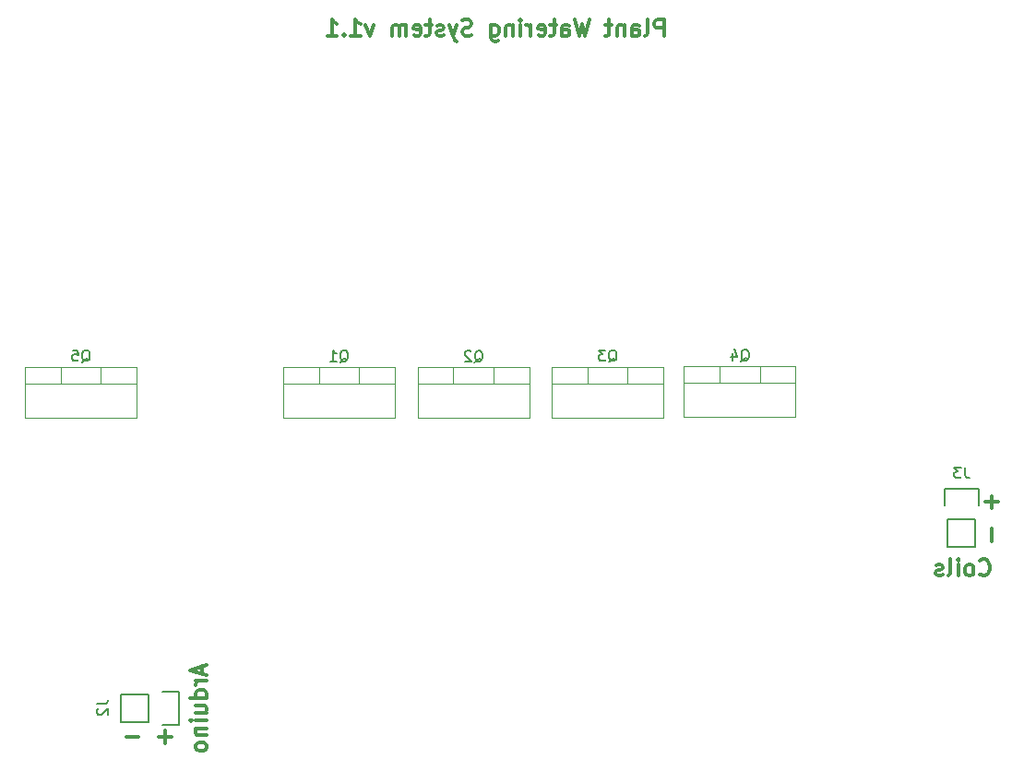
<source format=gbo>
G04 #@! TF.FileFunction,Legend,Bot*
%FSLAX46Y46*%
G04 Gerber Fmt 4.6, Leading zero omitted, Abs format (unit mm)*
G04 Created by KiCad (PCBNEW 4.0.7) date 07/01/18 12:19:37*
%MOMM*%
%LPD*%
G01*
G04 APERTURE LIST*
%ADD10C,0.100000*%
%ADD11C,0.300000*%
%ADD12C,0.150000*%
%ADD13C,0.120000*%
G04 APERTURE END LIST*
D10*
D11*
X143311428Y-129915714D02*
X143382857Y-129987143D01*
X143597143Y-130058571D01*
X143740000Y-130058571D01*
X143954285Y-129987143D01*
X144097143Y-129844286D01*
X144168571Y-129701429D01*
X144240000Y-129415714D01*
X144240000Y-129201429D01*
X144168571Y-128915714D01*
X144097143Y-128772857D01*
X143954285Y-128630000D01*
X143740000Y-128558571D01*
X143597143Y-128558571D01*
X143382857Y-128630000D01*
X143311428Y-128701429D01*
X142454285Y-130058571D02*
X142597143Y-129987143D01*
X142668571Y-129915714D01*
X142740000Y-129772857D01*
X142740000Y-129344286D01*
X142668571Y-129201429D01*
X142597143Y-129130000D01*
X142454285Y-129058571D01*
X142240000Y-129058571D01*
X142097143Y-129130000D01*
X142025714Y-129201429D01*
X141954285Y-129344286D01*
X141954285Y-129772857D01*
X142025714Y-129915714D01*
X142097143Y-129987143D01*
X142240000Y-130058571D01*
X142454285Y-130058571D01*
X141311428Y-130058571D02*
X141311428Y-129058571D01*
X141311428Y-128558571D02*
X141382857Y-128630000D01*
X141311428Y-128701429D01*
X141240000Y-128630000D01*
X141311428Y-128558571D01*
X141311428Y-128701429D01*
X140382856Y-130058571D02*
X140525714Y-129987143D01*
X140597142Y-129844286D01*
X140597142Y-128558571D01*
X139882857Y-129987143D02*
X139740000Y-130058571D01*
X139454285Y-130058571D01*
X139311428Y-129987143D01*
X139240000Y-129844286D01*
X139240000Y-129772857D01*
X139311428Y-129630000D01*
X139454285Y-129558571D01*
X139668571Y-129558571D01*
X139811428Y-129487143D01*
X139882857Y-129344286D01*
X139882857Y-129272857D01*
X139811428Y-129130000D01*
X139668571Y-129058571D01*
X139454285Y-129058571D01*
X139311428Y-129130000D01*
X144402857Y-126871428D02*
X144402857Y-125728571D01*
X144402857Y-123871428D02*
X144402857Y-122728571D01*
X143831429Y-123300000D02*
X144974286Y-123300000D01*
X71930000Y-138367143D02*
X71930000Y-139081429D01*
X72358571Y-138224286D02*
X70858571Y-138724286D01*
X72358571Y-139224286D01*
X72358571Y-139724286D02*
X71358571Y-139724286D01*
X71644286Y-139724286D02*
X71501429Y-139795714D01*
X71430000Y-139867143D01*
X71358571Y-140010000D01*
X71358571Y-140152857D01*
X72358571Y-141295714D02*
X70858571Y-141295714D01*
X72287143Y-141295714D02*
X72358571Y-141152857D01*
X72358571Y-140867143D01*
X72287143Y-140724285D01*
X72215714Y-140652857D01*
X72072857Y-140581428D01*
X71644286Y-140581428D01*
X71501429Y-140652857D01*
X71430000Y-140724285D01*
X71358571Y-140867143D01*
X71358571Y-141152857D01*
X71430000Y-141295714D01*
X71358571Y-142652857D02*
X72358571Y-142652857D01*
X71358571Y-142010000D02*
X72144286Y-142010000D01*
X72287143Y-142081428D01*
X72358571Y-142224286D01*
X72358571Y-142438571D01*
X72287143Y-142581428D01*
X72215714Y-142652857D01*
X72358571Y-143367143D02*
X71358571Y-143367143D01*
X70858571Y-143367143D02*
X70930000Y-143295714D01*
X71001429Y-143367143D01*
X70930000Y-143438571D01*
X70858571Y-143367143D01*
X71001429Y-143367143D01*
X71358571Y-144081429D02*
X72358571Y-144081429D01*
X71501429Y-144081429D02*
X71430000Y-144152857D01*
X71358571Y-144295715D01*
X71358571Y-144510000D01*
X71430000Y-144652857D01*
X71572857Y-144724286D01*
X72358571Y-144724286D01*
X72358571Y-145652858D02*
X72287143Y-145510000D01*
X72215714Y-145438572D01*
X72072857Y-145367143D01*
X71644286Y-145367143D01*
X71501429Y-145438572D01*
X71430000Y-145510000D01*
X71358571Y-145652858D01*
X71358571Y-145867143D01*
X71430000Y-146010000D01*
X71501429Y-146081429D01*
X71644286Y-146152858D01*
X72072857Y-146152858D01*
X72215714Y-146081429D01*
X72287143Y-146010000D01*
X72358571Y-145867143D01*
X72358571Y-145652858D01*
X64948572Y-144872857D02*
X66091429Y-144872857D01*
X67948572Y-144872857D02*
X69091429Y-144872857D01*
X68520000Y-144301429D02*
X68520000Y-145444286D01*
X114302856Y-80498571D02*
X114302856Y-78998571D01*
X113731428Y-78998571D01*
X113588570Y-79070000D01*
X113517142Y-79141429D01*
X113445713Y-79284286D01*
X113445713Y-79498571D01*
X113517142Y-79641429D01*
X113588570Y-79712857D01*
X113731428Y-79784286D01*
X114302856Y-79784286D01*
X112588570Y-80498571D02*
X112731428Y-80427143D01*
X112802856Y-80284286D01*
X112802856Y-78998571D01*
X111374285Y-80498571D02*
X111374285Y-79712857D01*
X111445714Y-79570000D01*
X111588571Y-79498571D01*
X111874285Y-79498571D01*
X112017142Y-79570000D01*
X111374285Y-80427143D02*
X111517142Y-80498571D01*
X111874285Y-80498571D01*
X112017142Y-80427143D01*
X112088571Y-80284286D01*
X112088571Y-80141429D01*
X112017142Y-79998571D01*
X111874285Y-79927143D01*
X111517142Y-79927143D01*
X111374285Y-79855714D01*
X110659999Y-79498571D02*
X110659999Y-80498571D01*
X110659999Y-79641429D02*
X110588571Y-79570000D01*
X110445713Y-79498571D01*
X110231428Y-79498571D01*
X110088571Y-79570000D01*
X110017142Y-79712857D01*
X110017142Y-80498571D01*
X109517142Y-79498571D02*
X108945713Y-79498571D01*
X109302856Y-78998571D02*
X109302856Y-80284286D01*
X109231428Y-80427143D01*
X109088570Y-80498571D01*
X108945713Y-80498571D01*
X107445713Y-78998571D02*
X107088570Y-80498571D01*
X106802856Y-79427143D01*
X106517142Y-80498571D01*
X106159999Y-78998571D01*
X104945713Y-80498571D02*
X104945713Y-79712857D01*
X105017142Y-79570000D01*
X105159999Y-79498571D01*
X105445713Y-79498571D01*
X105588570Y-79570000D01*
X104945713Y-80427143D02*
X105088570Y-80498571D01*
X105445713Y-80498571D01*
X105588570Y-80427143D01*
X105659999Y-80284286D01*
X105659999Y-80141429D01*
X105588570Y-79998571D01*
X105445713Y-79927143D01*
X105088570Y-79927143D01*
X104945713Y-79855714D01*
X104445713Y-79498571D02*
X103874284Y-79498571D01*
X104231427Y-78998571D02*
X104231427Y-80284286D01*
X104159999Y-80427143D01*
X104017141Y-80498571D01*
X103874284Y-80498571D01*
X102802856Y-80427143D02*
X102945713Y-80498571D01*
X103231427Y-80498571D01*
X103374284Y-80427143D01*
X103445713Y-80284286D01*
X103445713Y-79712857D01*
X103374284Y-79570000D01*
X103231427Y-79498571D01*
X102945713Y-79498571D01*
X102802856Y-79570000D01*
X102731427Y-79712857D01*
X102731427Y-79855714D01*
X103445713Y-79998571D01*
X102088570Y-80498571D02*
X102088570Y-79498571D01*
X102088570Y-79784286D02*
X102017142Y-79641429D01*
X101945713Y-79570000D01*
X101802856Y-79498571D01*
X101659999Y-79498571D01*
X101159999Y-80498571D02*
X101159999Y-79498571D01*
X101159999Y-78998571D02*
X101231428Y-79070000D01*
X101159999Y-79141429D01*
X101088571Y-79070000D01*
X101159999Y-78998571D01*
X101159999Y-79141429D01*
X100445713Y-79498571D02*
X100445713Y-80498571D01*
X100445713Y-79641429D02*
X100374285Y-79570000D01*
X100231427Y-79498571D01*
X100017142Y-79498571D01*
X99874285Y-79570000D01*
X99802856Y-79712857D01*
X99802856Y-80498571D01*
X98445713Y-79498571D02*
X98445713Y-80712857D01*
X98517142Y-80855714D01*
X98588570Y-80927143D01*
X98731427Y-80998571D01*
X98945713Y-80998571D01*
X99088570Y-80927143D01*
X98445713Y-80427143D02*
X98588570Y-80498571D01*
X98874284Y-80498571D01*
X99017142Y-80427143D01*
X99088570Y-80355714D01*
X99159999Y-80212857D01*
X99159999Y-79784286D01*
X99088570Y-79641429D01*
X99017142Y-79570000D01*
X98874284Y-79498571D01*
X98588570Y-79498571D01*
X98445713Y-79570000D01*
X96659999Y-80427143D02*
X96445713Y-80498571D01*
X96088570Y-80498571D01*
X95945713Y-80427143D01*
X95874284Y-80355714D01*
X95802856Y-80212857D01*
X95802856Y-80070000D01*
X95874284Y-79927143D01*
X95945713Y-79855714D01*
X96088570Y-79784286D01*
X96374284Y-79712857D01*
X96517142Y-79641429D01*
X96588570Y-79570000D01*
X96659999Y-79427143D01*
X96659999Y-79284286D01*
X96588570Y-79141429D01*
X96517142Y-79070000D01*
X96374284Y-78998571D01*
X96017142Y-78998571D01*
X95802856Y-79070000D01*
X95302856Y-79498571D02*
X94945713Y-80498571D01*
X94588571Y-79498571D02*
X94945713Y-80498571D01*
X95088571Y-80855714D01*
X95159999Y-80927143D01*
X95302856Y-80998571D01*
X94088571Y-80427143D02*
X93945714Y-80498571D01*
X93659999Y-80498571D01*
X93517142Y-80427143D01*
X93445714Y-80284286D01*
X93445714Y-80212857D01*
X93517142Y-80070000D01*
X93659999Y-79998571D01*
X93874285Y-79998571D01*
X94017142Y-79927143D01*
X94088571Y-79784286D01*
X94088571Y-79712857D01*
X94017142Y-79570000D01*
X93874285Y-79498571D01*
X93659999Y-79498571D01*
X93517142Y-79570000D01*
X93017142Y-79498571D02*
X92445713Y-79498571D01*
X92802856Y-78998571D02*
X92802856Y-80284286D01*
X92731428Y-80427143D01*
X92588570Y-80498571D01*
X92445713Y-80498571D01*
X91374285Y-80427143D02*
X91517142Y-80498571D01*
X91802856Y-80498571D01*
X91945713Y-80427143D01*
X92017142Y-80284286D01*
X92017142Y-79712857D01*
X91945713Y-79570000D01*
X91802856Y-79498571D01*
X91517142Y-79498571D01*
X91374285Y-79570000D01*
X91302856Y-79712857D01*
X91302856Y-79855714D01*
X92017142Y-79998571D01*
X90659999Y-80498571D02*
X90659999Y-79498571D01*
X90659999Y-79641429D02*
X90588571Y-79570000D01*
X90445713Y-79498571D01*
X90231428Y-79498571D01*
X90088571Y-79570000D01*
X90017142Y-79712857D01*
X90017142Y-80498571D01*
X90017142Y-79712857D02*
X89945713Y-79570000D01*
X89802856Y-79498571D01*
X89588571Y-79498571D01*
X89445713Y-79570000D01*
X89374285Y-79712857D01*
X89374285Y-80498571D01*
X87659999Y-79498571D02*
X87302856Y-80498571D01*
X86945714Y-79498571D01*
X85588571Y-80498571D02*
X86445714Y-80498571D01*
X86017142Y-80498571D02*
X86017142Y-78998571D01*
X86159999Y-79212857D01*
X86302857Y-79355714D01*
X86445714Y-79427143D01*
X84945714Y-80355714D02*
X84874286Y-80427143D01*
X84945714Y-80498571D01*
X85017143Y-80427143D01*
X84945714Y-80355714D01*
X84945714Y-80498571D01*
X83445714Y-80498571D02*
X84302857Y-80498571D01*
X83874285Y-80498571D02*
X83874285Y-78998571D01*
X84017142Y-79212857D01*
X84160000Y-79355714D01*
X84302857Y-79427143D01*
D12*
X67000000Y-140950000D02*
X64460000Y-140950000D01*
X69820000Y-140670000D02*
X68270000Y-140670000D01*
X67000000Y-140950000D02*
X67000000Y-143490000D01*
X68270000Y-143770000D02*
X69820000Y-143770000D01*
X69820000Y-143770000D02*
X69820000Y-140670000D01*
X67000000Y-143490000D02*
X64460000Y-143490000D01*
X64460000Y-143490000D02*
X64460000Y-140950000D01*
X140370000Y-124900000D02*
X140370000Y-127440000D01*
X140090000Y-122080000D02*
X140090000Y-123630000D01*
X140370000Y-124900000D02*
X142910000Y-124900000D01*
X143190000Y-123630000D02*
X143190000Y-122080000D01*
X143190000Y-122080000D02*
X140090000Y-122080000D01*
X142910000Y-124900000D02*
X142910000Y-127440000D01*
X142910000Y-127440000D02*
X140370000Y-127440000D01*
D13*
X89610000Y-110910000D02*
X79370000Y-110910000D01*
X89610000Y-115551000D02*
X79370000Y-115551000D01*
X89610000Y-110910000D02*
X89610000Y-115551000D01*
X79370000Y-110910000D02*
X79370000Y-115551000D01*
X89610000Y-112420000D02*
X79370000Y-112420000D01*
X86340000Y-110910000D02*
X86340000Y-112420000D01*
X82639000Y-110910000D02*
X82639000Y-112420000D01*
X101960000Y-110940000D02*
X91720000Y-110940000D01*
X101960000Y-115581000D02*
X91720000Y-115581000D01*
X101960000Y-110940000D02*
X101960000Y-115581000D01*
X91720000Y-110940000D02*
X91720000Y-115581000D01*
X101960000Y-112450000D02*
X91720000Y-112450000D01*
X98690000Y-110940000D02*
X98690000Y-112450000D01*
X94989000Y-110940000D02*
X94989000Y-112450000D01*
X114260000Y-110890000D02*
X104020000Y-110890000D01*
X114260000Y-115531000D02*
X104020000Y-115531000D01*
X114260000Y-110890000D02*
X114260000Y-115531000D01*
X104020000Y-110890000D02*
X104020000Y-115531000D01*
X114260000Y-112400000D02*
X104020000Y-112400000D01*
X110990000Y-110890000D02*
X110990000Y-112400000D01*
X107289000Y-110890000D02*
X107289000Y-112400000D01*
X126400000Y-110840000D02*
X116160000Y-110840000D01*
X126400000Y-115481000D02*
X116160000Y-115481000D01*
X126400000Y-110840000D02*
X126400000Y-115481000D01*
X116160000Y-110840000D02*
X116160000Y-115481000D01*
X126400000Y-112350000D02*
X116160000Y-112350000D01*
X123130000Y-110840000D02*
X123130000Y-112350000D01*
X119429000Y-110840000D02*
X119429000Y-112350000D01*
X65920000Y-110900000D02*
X55680000Y-110900000D01*
X65920000Y-115541000D02*
X55680000Y-115541000D01*
X65920000Y-110900000D02*
X65920000Y-115541000D01*
X55680000Y-110900000D02*
X55680000Y-115541000D01*
X65920000Y-112410000D02*
X55680000Y-112410000D01*
X62650000Y-110900000D02*
X62650000Y-112410000D01*
X58949000Y-110900000D02*
X58949000Y-112410000D01*
D12*
X62272381Y-141836667D02*
X62986667Y-141836667D01*
X63129524Y-141789047D01*
X63224762Y-141693809D01*
X63272381Y-141550952D01*
X63272381Y-141455714D01*
X62367619Y-142265238D02*
X62320000Y-142312857D01*
X62272381Y-142408095D01*
X62272381Y-142646191D01*
X62320000Y-142741429D01*
X62367619Y-142789048D01*
X62462857Y-142836667D01*
X62558095Y-142836667D01*
X62700952Y-142789048D01*
X63272381Y-142217619D01*
X63272381Y-142836667D01*
X141963333Y-120102381D02*
X141963333Y-120816667D01*
X142010953Y-120959524D01*
X142106191Y-121054762D01*
X142249048Y-121102381D01*
X142344286Y-121102381D01*
X141582381Y-120102381D02*
X140963333Y-120102381D01*
X141296667Y-120483333D01*
X141153809Y-120483333D01*
X141058571Y-120530952D01*
X141010952Y-120578571D01*
X140963333Y-120673810D01*
X140963333Y-120911905D01*
X141010952Y-121007143D01*
X141058571Y-121054762D01*
X141153809Y-121102381D01*
X141439524Y-121102381D01*
X141534762Y-121054762D01*
X141582381Y-121007143D01*
X84585238Y-110457619D02*
X84680476Y-110410000D01*
X84775714Y-110314762D01*
X84918571Y-110171905D01*
X85013810Y-110124286D01*
X85109048Y-110124286D01*
X85061429Y-110362381D02*
X85156667Y-110314762D01*
X85251905Y-110219524D01*
X85299524Y-110029048D01*
X85299524Y-109695714D01*
X85251905Y-109505238D01*
X85156667Y-109410000D01*
X85061429Y-109362381D01*
X84870952Y-109362381D01*
X84775714Y-109410000D01*
X84680476Y-109505238D01*
X84632857Y-109695714D01*
X84632857Y-110029048D01*
X84680476Y-110219524D01*
X84775714Y-110314762D01*
X84870952Y-110362381D01*
X85061429Y-110362381D01*
X83680476Y-110362381D02*
X84251905Y-110362381D01*
X83966191Y-110362381D02*
X83966191Y-109362381D01*
X84061429Y-109505238D01*
X84156667Y-109600476D01*
X84251905Y-109648095D01*
X96935238Y-110487619D02*
X97030476Y-110440000D01*
X97125714Y-110344762D01*
X97268571Y-110201905D01*
X97363810Y-110154286D01*
X97459048Y-110154286D01*
X97411429Y-110392381D02*
X97506667Y-110344762D01*
X97601905Y-110249524D01*
X97649524Y-110059048D01*
X97649524Y-109725714D01*
X97601905Y-109535238D01*
X97506667Y-109440000D01*
X97411429Y-109392381D01*
X97220952Y-109392381D01*
X97125714Y-109440000D01*
X97030476Y-109535238D01*
X96982857Y-109725714D01*
X96982857Y-110059048D01*
X97030476Y-110249524D01*
X97125714Y-110344762D01*
X97220952Y-110392381D01*
X97411429Y-110392381D01*
X96601905Y-109487619D02*
X96554286Y-109440000D01*
X96459048Y-109392381D01*
X96220952Y-109392381D01*
X96125714Y-109440000D01*
X96078095Y-109487619D01*
X96030476Y-109582857D01*
X96030476Y-109678095D01*
X96078095Y-109820952D01*
X96649524Y-110392381D01*
X96030476Y-110392381D01*
X109235238Y-110437619D02*
X109330476Y-110390000D01*
X109425714Y-110294762D01*
X109568571Y-110151905D01*
X109663810Y-110104286D01*
X109759048Y-110104286D01*
X109711429Y-110342381D02*
X109806667Y-110294762D01*
X109901905Y-110199524D01*
X109949524Y-110009048D01*
X109949524Y-109675714D01*
X109901905Y-109485238D01*
X109806667Y-109390000D01*
X109711429Y-109342381D01*
X109520952Y-109342381D01*
X109425714Y-109390000D01*
X109330476Y-109485238D01*
X109282857Y-109675714D01*
X109282857Y-110009048D01*
X109330476Y-110199524D01*
X109425714Y-110294762D01*
X109520952Y-110342381D01*
X109711429Y-110342381D01*
X108949524Y-109342381D02*
X108330476Y-109342381D01*
X108663810Y-109723333D01*
X108520952Y-109723333D01*
X108425714Y-109770952D01*
X108378095Y-109818571D01*
X108330476Y-109913810D01*
X108330476Y-110151905D01*
X108378095Y-110247143D01*
X108425714Y-110294762D01*
X108520952Y-110342381D01*
X108806667Y-110342381D01*
X108901905Y-110294762D01*
X108949524Y-110247143D01*
X121375238Y-110387619D02*
X121470476Y-110340000D01*
X121565714Y-110244762D01*
X121708571Y-110101905D01*
X121803810Y-110054286D01*
X121899048Y-110054286D01*
X121851429Y-110292381D02*
X121946667Y-110244762D01*
X122041905Y-110149524D01*
X122089524Y-109959048D01*
X122089524Y-109625714D01*
X122041905Y-109435238D01*
X121946667Y-109340000D01*
X121851429Y-109292381D01*
X121660952Y-109292381D01*
X121565714Y-109340000D01*
X121470476Y-109435238D01*
X121422857Y-109625714D01*
X121422857Y-109959048D01*
X121470476Y-110149524D01*
X121565714Y-110244762D01*
X121660952Y-110292381D01*
X121851429Y-110292381D01*
X120565714Y-109625714D02*
X120565714Y-110292381D01*
X120803810Y-109244762D02*
X121041905Y-109959048D01*
X120422857Y-109959048D01*
X60895238Y-110447619D02*
X60990476Y-110400000D01*
X61085714Y-110304762D01*
X61228571Y-110161905D01*
X61323810Y-110114286D01*
X61419048Y-110114286D01*
X61371429Y-110352381D02*
X61466667Y-110304762D01*
X61561905Y-110209524D01*
X61609524Y-110019048D01*
X61609524Y-109685714D01*
X61561905Y-109495238D01*
X61466667Y-109400000D01*
X61371429Y-109352381D01*
X61180952Y-109352381D01*
X61085714Y-109400000D01*
X60990476Y-109495238D01*
X60942857Y-109685714D01*
X60942857Y-110019048D01*
X60990476Y-110209524D01*
X61085714Y-110304762D01*
X61180952Y-110352381D01*
X61371429Y-110352381D01*
X60038095Y-109352381D02*
X60514286Y-109352381D01*
X60561905Y-109828571D01*
X60514286Y-109780952D01*
X60419048Y-109733333D01*
X60180952Y-109733333D01*
X60085714Y-109780952D01*
X60038095Y-109828571D01*
X59990476Y-109923810D01*
X59990476Y-110161905D01*
X60038095Y-110257143D01*
X60085714Y-110304762D01*
X60180952Y-110352381D01*
X60419048Y-110352381D01*
X60514286Y-110304762D01*
X60561905Y-110257143D01*
M02*

</source>
